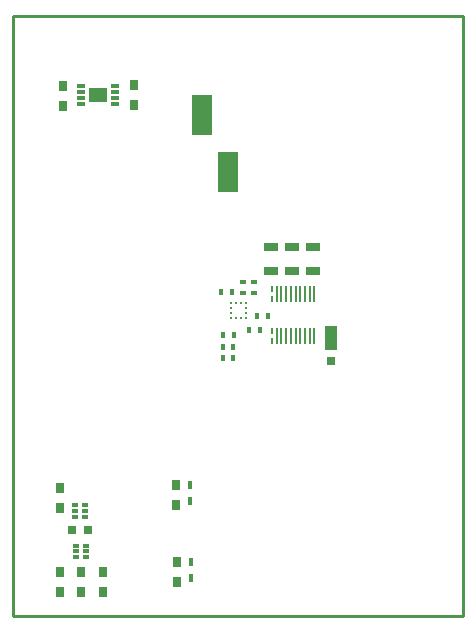
<source format=gtp>
%FSLAX25Y25*%
%MOIN*%
G70*
G01*
G75*
G04 Layer_Color=8421504*
%ADD10R,0.03000X0.03370*%
%ADD11R,0.03000X0.03000*%
%ADD12R,0.01181X0.02559*%
%ADD13R,0.07000X0.13500*%
%ADD14R,0.06890X0.05709*%
%ADD15R,0.02953X0.01181*%
%ADD16R,0.02362X0.01181*%
%ADD17R,0.01575X0.02362*%
%ADD18C,0.00886*%
G04:AMPARAMS|DCode=19|XSize=10.83mil|YSize=57.36mil|CornerRadius=2.71mil|HoleSize=0mil|Usage=FLASHONLY|Rotation=180.000|XOffset=0mil|YOffset=0mil|HoleType=Round|Shape=RoundedRectangle|*
%AMROUNDEDRECTD19*
21,1,0.01083,0.05195,0,0,180.0*
21,1,0.00541,0.05736,0,0,180.0*
1,1,0.00541,-0.00271,0.02597*
1,1,0.00541,0.00271,0.02597*
1,1,0.00541,0.00271,-0.02597*
1,1,0.00541,-0.00271,-0.02597*
%
%ADD19ROUNDEDRECTD19*%
G04:AMPARAMS|DCode=20|XSize=10.83mil|YSize=25.79mil|CornerRadius=2.71mil|HoleSize=0mil|Usage=FLASHONLY|Rotation=180.000|XOffset=0mil|YOffset=0mil|HoleType=Round|Shape=RoundedRectangle|*
%AMROUNDEDRECTD20*
21,1,0.01083,0.02037,0,0,180.0*
21,1,0.00541,0.02579,0,0,180.0*
1,1,0.00541,-0.00271,0.01019*
1,1,0.00541,0.00271,0.01019*
1,1,0.00541,0.00271,-0.01019*
1,1,0.00541,-0.00271,-0.01019*
%
%ADD20ROUNDEDRECTD20*%
%ADD21R,0.02362X0.01575*%
%ADD22R,0.05000X0.03000*%
%ADD23R,0.03150X0.03150*%
%ADD24R,0.03937X0.07874*%
%ADD25C,0.02000*%
%ADD26C,0.01500*%
%ADD27C,0.01969*%
%ADD28C,0.01800*%
%ADD29C,0.01200*%
%ADD30C,0.00800*%
%ADD31C,0.01000*%
%ADD32C,0.00984*%
%ADD33C,0.00600*%
%ADD34C,0.01083*%
%ADD35R,0.08268X0.05118*%
%ADD36R,0.09055X0.03937*%
%ADD37R,0.07087X0.03937*%
%ADD38R,0.07087X0.04331*%
%ADD39R,0.02756X0.07087*%
%ADD40R,0.01969X0.07972*%
%ADD41C,0.00984*%
%ADD42C,0.06000*%
%ADD43C,0.05000*%
%ADD44R,0.05000X0.05000*%
%ADD45C,0.02500*%
%ADD46C,0.02000*%
%ADD47C,0.01000*%
%ADD48R,0.00295X0.00098*%
%ADD49C,0.04000*%
%ADD50C,0.00500*%
%ADD51C,0.00787*%
%ADD52C,0.00787*%
%ADD53C,0.00394*%
%ADD54C,0.00400*%
%ADD55C,0.00591*%
%ADD56C,0.00700*%
%ADD57R,0.04000X0.02100*%
%ADD58R,0.04100X0.16500*%
%ADD59R,0.10100X0.03500*%
%ADD60R,0.04200X0.16500*%
%ADD61R,0.05000X0.04000*%
%ADD62R,0.10000X0.03500*%
%ADD63R,0.03500X0.13500*%
%ADD64R,0.03000X0.16500*%
%ADD65R,0.02000X0.16500*%
%ADD66R,0.01000X0.16500*%
%ADD67R,0.03100X0.04000*%
%ADD68R,0.04000X0.04000*%
%ADD69R,0.04000X0.02200*%
%ADD70R,0.16200X0.16900*%
%ADD71R,0.05500X0.08500*%
%ADD72R,0.03000X0.03900*%
%ADD73R,0.02000X0.01100*%
%ADD74R,0.01500X0.01100*%
%ADD75R,0.01400X0.01600*%
%ADD76R,0.01600X0.01600*%
%ADD77R,0.01200X0.01300*%
%ADD78R,0.01400X0.01400*%
%ADD79R,0.01700X0.01300*%
%ADD80R,0.02500X0.02700*%
%ADD81R,0.01800X0.02000*%
%ADD82R,0.01200X0.01000*%
%ADD83R,0.00800X0.01000*%
%ADD84R,0.01900X0.01700*%
%ADD85R,0.02000X0.01600*%
%ADD86R,0.01300X0.01100*%
%ADD87R,0.01100X0.00900*%
%ADD88R,0.02100X0.01100*%
%ADD89R,0.03000X0.02700*%
%ADD90R,0.01700X0.01600*%
%ADD91R,0.01500X0.01300*%
%ADD92R,0.01600X0.01500*%
%ADD93R,0.00800X0.00800*%
%ADD94R,0.01200X0.01200*%
%ADD95R,0.01100X0.01000*%
%ADD96R,0.01600X0.01300*%
%ADD97R,0.01500X0.01400*%
%ADD98R,0.03900X0.04700*%
%ADD99R,0.02500X0.01000*%
%ADD100R,0.22409X0.12000*%
%ADD101R,0.16300X0.12000*%
%ADD102R,0.01693X0.01516*%
%ADD103R,0.06090X0.04909*%
G04:AMPARAMS|DCode=104|XSize=7.09mil|YSize=53.62mil|CornerRadius=1.77mil|HoleSize=0mil|Usage=FLASHONLY|Rotation=180.000|XOffset=0mil|YOffset=0mil|HoleType=Round|Shape=RoundedRectangle|*
%AMROUNDEDRECTD104*
21,1,0.00709,0.05008,0,0,180.0*
21,1,0.00354,0.05362,0,0,180.0*
1,1,0.00354,-0.00177,0.02504*
1,1,0.00354,0.00177,0.02504*
1,1,0.00354,0.00177,-0.02504*
1,1,0.00354,-0.00177,-0.02504*
%
%ADD104ROUNDEDRECTD104*%
G04:AMPARAMS|DCode=105|XSize=7.09mil|YSize=22.05mil|CornerRadius=1.77mil|HoleSize=0mil|Usage=FLASHONLY|Rotation=180.000|XOffset=0mil|YOffset=0mil|HoleType=Round|Shape=RoundedRectangle|*
%AMROUNDEDRECTD105*
21,1,0.00709,0.01850,0,0,180.0*
21,1,0.00354,0.02205,0,0,180.0*
1,1,0.00354,-0.00177,0.00925*
1,1,0.00354,0.00177,0.00925*
1,1,0.00354,0.00177,-0.00925*
1,1,0.00354,-0.00177,-0.00925*
%
%ADD105ROUNDEDRECTD105*%
D10*
X15748Y36050D02*
D03*
Y42690D02*
D03*
X54331Y43871D02*
D03*
Y37231D02*
D03*
X54724Y18281D02*
D03*
Y11641D02*
D03*
X15748Y14737D02*
D03*
Y8097D02*
D03*
X29921D02*
D03*
Y14737D02*
D03*
X22835Y8097D02*
D03*
Y14737D02*
D03*
X40291Y177190D02*
D03*
Y170550D02*
D03*
X16831Y176844D02*
D03*
Y170204D02*
D03*
D11*
X25197Y28740D02*
D03*
X19697D02*
D03*
D12*
X59055Y38386D02*
D03*
Y43701D02*
D03*
X59449Y12795D02*
D03*
Y18110D02*
D03*
D13*
X63161Y167303D02*
D03*
X71878Y148051D02*
D03*
D15*
X22791Y174902D02*
D03*
Y176870D02*
D03*
Y172933D02*
D03*
Y170965D02*
D03*
X34209Y176870D02*
D03*
Y174902D02*
D03*
Y170965D02*
D03*
Y172933D02*
D03*
D16*
X24150Y33063D02*
D03*
Y35032D02*
D03*
Y37000D02*
D03*
X20803Y33063D02*
D03*
Y35032D02*
D03*
Y37000D02*
D03*
X21063Y23622D02*
D03*
Y21654D02*
D03*
Y19685D02*
D03*
X24409Y23622D02*
D03*
Y21654D02*
D03*
Y19685D02*
D03*
D17*
X73552Y89862D02*
D03*
X70009D02*
D03*
X73552Y86024D02*
D03*
X70009D02*
D03*
X85068Y100098D02*
D03*
X81524D02*
D03*
X78768Y95374D02*
D03*
X82312D02*
D03*
X73060Y108268D02*
D03*
X69516D02*
D03*
X73590Y93675D02*
D03*
X70047D02*
D03*
D18*
X74460Y104337D02*
D03*
X76035D02*
D03*
X77609Y102762D02*
D03*
Y99613D02*
D03*
Y101187D02*
D03*
Y104337D02*
D03*
X72885Y101187D02*
D03*
Y99613D02*
D03*
X74460D02*
D03*
X76035D02*
D03*
X72885Y102762D02*
D03*
Y104337D02*
D03*
D21*
X76575Y111446D02*
D03*
Y107902D02*
D03*
X80413D02*
D03*
Y111446D02*
D03*
D22*
X100103Y115088D02*
D03*
Y123088D02*
D03*
X93115D02*
D03*
Y115088D02*
D03*
X86127D02*
D03*
Y123088D02*
D03*
D23*
X105905Y85236D02*
D03*
D24*
Y92716D02*
D03*
D32*
X0Y0D02*
X150000D01*
X0Y200000D02*
X150000D01*
D41*
Y0D02*
Y200000D01*
X0Y0D02*
Y200000D01*
D103*
X28500Y173917D02*
D03*
D104*
X89524Y107471D02*
D03*
X92674D02*
D03*
X95824D02*
D03*
X98973D02*
D03*
X100548Y107471D02*
D03*
X97398Y107471D02*
D03*
X94249D02*
D03*
X91099D02*
D03*
X87950Y107475D02*
D03*
X89524Y93471D02*
D03*
X92674D02*
D03*
X95824D02*
D03*
X98973D02*
D03*
X100548Y93471D02*
D03*
X97398Y93471D02*
D03*
X94249D02*
D03*
X91099D02*
D03*
X87950Y93475D02*
D03*
D105*
X86375Y105896D02*
D03*
Y109054D02*
D03*
Y91896D02*
D03*
Y95053D02*
D03*
M02*

</source>
